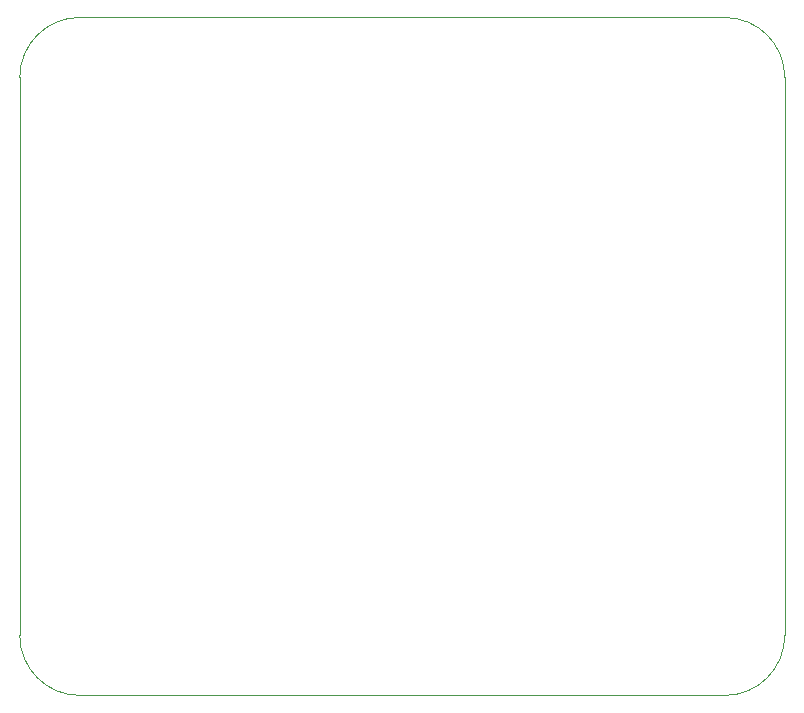
<source format=gm1>
%TF.GenerationSoftware,KiCad,Pcbnew,8.0.7*%
%TF.CreationDate,2025-02-08T22:14:50+02:00*%
%TF.ProjectId,LED Digit Tester,4c454420-4469-4676-9974-205465737465,V0*%
%TF.SameCoordinates,Original*%
%TF.FileFunction,Profile,NP*%
%FSLAX46Y46*%
G04 Gerber Fmt 4.6, Leading zero omitted, Abs format (unit mm)*
G04 Created by KiCad (PCBNEW 8.0.7) date 2025-02-08 22:14:50*
%MOMM*%
%LPD*%
G01*
G04 APERTURE LIST*
%TA.AperFunction,Profile*%
%ADD10C,0.100000*%
%TD*%
G04 APERTURE END LIST*
D10*
X54612001Y48386001D02*
G75*
G02*
X59692001Y43306001I-1J-5080001D01*
G01*
X54612000Y-9018000D02*
X2000Y-9018000D01*
X59692000Y-3938000D02*
X59692001Y43306001D01*
X2002Y48386000D02*
X54612001Y48386001D01*
X-5078000Y-3938000D02*
X-5077998Y43306000D01*
X59692000Y-3938000D02*
G75*
G02*
X54612000Y-9018000I-5080000J0D01*
G01*
X2000Y-9018000D02*
G75*
G02*
X-5078000Y-3938000I2J5080002D01*
G01*
X-5077998Y43306000D02*
G75*
G02*
X2002Y48386000I5080002J-2D01*
G01*
M02*

</source>
